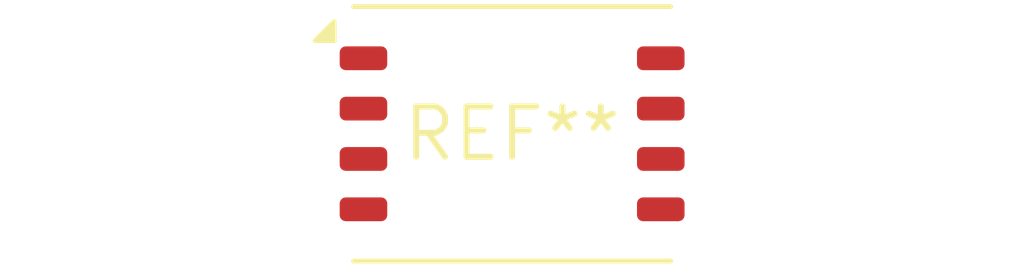
<source format=kicad_pcb>
(kicad_pcb (version 20240108) (generator pcbnew)
  (layers (0 "F.Cu" signal) (31 "B.Cu" signal) (34 "B.Paste" user) (35 "F.Paste" user) (36 "B.SilkS" user "B.Silkscreen") (37 "F.SilkS" user "F.Silkscreen") (38 "B.Mask" user) (39 "F.Mask" user) (44 "Edge.Cuts" user))
  (net 0 "")
  (footprint "LGA-8_8x6.2mm_P1.27mm" (layer "F.Cu") (at 0 0)
    (property "Reference" "REF**")
    (property "Value" "LGA-8_8x6.2mm_P1.27mm")
    (fp_line (start -4 -3.21) (end 4 -3.21) (layer "F.SilkS") (stroke (width 0.12)))
    (fp_line (start -4 3.21) (end 4 3.21) (layer "F.SilkS") (stroke (width 0.12)))
    (fp_poly (pts (xy -4.49 -2.35) (xy -4.97 -2.35) (xy -4.49 -2.83) (xy -4.49 -2.35)) (layer "F.SilkS") (stroke (width 0.12)) (fill solid))
    (pad "1" smd roundrect (at -3.75 -1.905) (size 1.2 0.6) (layers "F.Cu" "F.Paste" "F.Mask"))
    (pad "2" smd roundrect (at -3.75 -0.635) (size 1.2 0.6) (layers "F.Cu" "F.Paste" "F.Mask"))
    (pad "3" smd roundrect (at -3.75 0.635) (size 1.2 0.6) (layers "F.Cu" "F.Paste" "F.Mask"))
    (pad "4" smd roundrect (at -3.75 1.905) (size 1.2 0.6) (layers "F.Cu" "F.Paste" "F.Mask"))
    (pad "5" smd roundrect (at 3.75 1.905) (size 1.2 0.6) (layers "F.Cu" "F.Paste" "F.Mask"))
    (pad "6" smd roundrect (at 3.75 0.635) (size 1.2 0.6) (layers "F.Cu" "F.Paste" "F.Mask"))
    (pad "7" smd roundrect (at 3.75 -0.635) (size 1.2 0.6) (layers "F.Cu" "F.Paste" "F.Mask"))
    (pad "8" smd roundrect (at 3.75 -1.905) (size 1.2 0.6) (layers "F.Cu" "F.Paste" "F.Mask"))
  )
)
</source>
